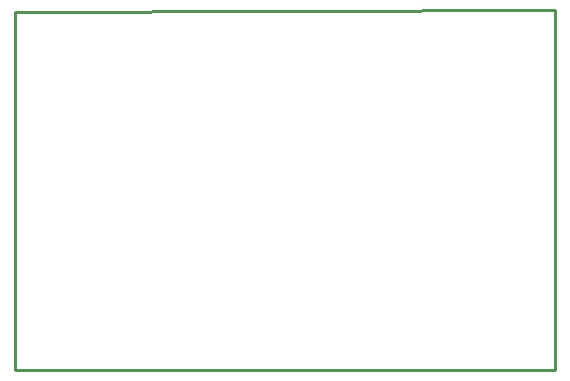
<source format=gko>
G04 Layer: BoardOutlineLayer*
G04 EasyEDA v6.5.50, 2025-05-01 09:36:35*
G04 b635e82801d84c3784f216ba710eedd8,4ea17189a5af4923b0f09c00d4425dfb,10*
G04 Gerber Generator version 0.2*
G04 Scale: 100 percent, Rotated: No, Reflected: No *
G04 Dimensions in millimeters *
G04 leading zeros omitted , absolute positions ,4 integer and 5 decimal *
%FSLAX45Y45*%
%MOMM*%

%ADD10C,0.2540*%
%ADD11C,0.0193*%
D10*
X508000Y6591300D02*
G01*
X5080000Y6604000D01*
X5080000Y3556000D01*
X508000Y3556000D01*
X508000Y6502400D01*
X508000Y6591300D01*
X508000Y6591300D01*

%LPD*%
M02*

</source>
